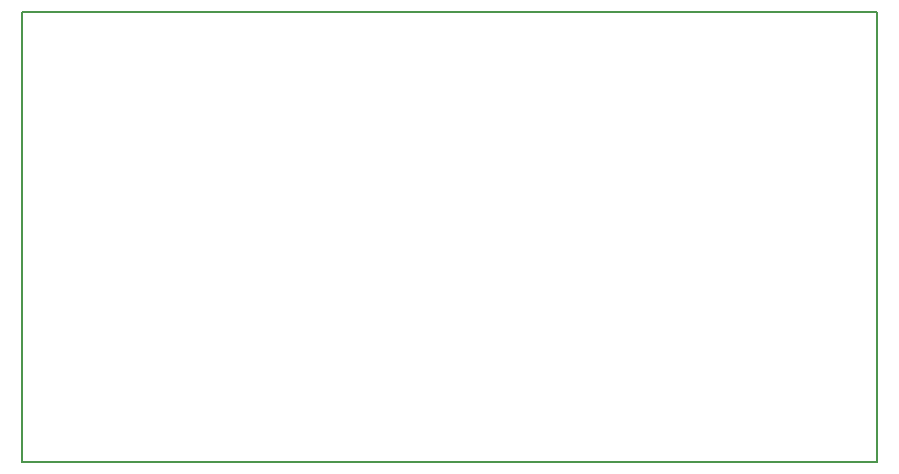
<source format=gm1>
G04 #@! TF.GenerationSoftware,KiCad,Pcbnew,5.0.2-bee76a0~70~ubuntu18.04.1*
G04 #@! TF.CreationDate,2019-03-20T17:07:28-04:00*
G04 #@! TF.ProjectId,Fuzz,46757a7a-2e6b-4696-9361-645f70636258,rev?*
G04 #@! TF.SameCoordinates,Original*
G04 #@! TF.FileFunction,Profile,NP*
%FSLAX46Y46*%
G04 Gerber Fmt 4.6, Leading zero omitted, Abs format (unit mm)*
G04 Created by KiCad (PCBNEW 5.0.2-bee76a0~70~ubuntu18.04.1) date Wed 20 Mar 2019 05:07:28 PM EDT*
%MOMM*%
%LPD*%
G01*
G04 APERTURE LIST*
%ADD10C,0.150000*%
G04 APERTURE END LIST*
D10*
X85090000Y-12700000D02*
X12700000Y-12700000D01*
X85090000Y-50800000D02*
X85090000Y-12700000D01*
X12700000Y-50800000D02*
X85090000Y-50800000D01*
X12700000Y-12700000D02*
X12700000Y-50800000D01*
M02*

</source>
